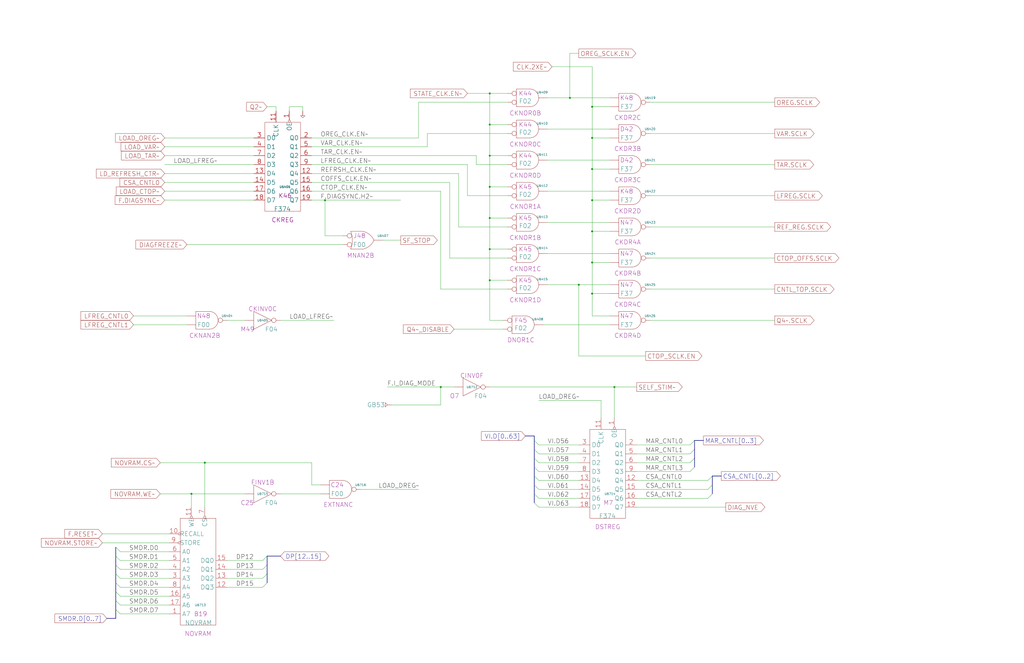
<source format=kicad_sch>
(kicad_sch (version 20230121) (generator eeschema)
  (paper "User" 584.2 378.46)
  (title_block (title "CLOCK GENERATION") (date "20-MAR-90") (rev "1.0") (comment 1 "FIU") (comment 2 "232-003065") (comment 3 "S400") (comment 4 "RELEASED"))
  (lib_symbols
    (symbol "r1000:F00" (pin_numbers hide) (pin_names hide)
      (property "Reference" "U" (at 15.24 0 0))
      (property "Value" "F00" (at 1.905 -5.08 0))
      (property "Location" "___" (at 1.905 0 0))
      (property "Name" "______" (at 2.54 -12.7 0))
      (symbol "F00_0_1"
        (polyline (pts (xy -2.54 -7.62) (xy 5.08 -7.62)) (stroke (width 0.1524)))
        (polyline (pts (xy -2.54 2.54) (xy -2.54 -7.62)) (stroke (width 0.1524)))
        (polyline (pts (xy -2.54 2.54) (xy 5.08 2.54)) (stroke (width 0.1524)))
        (arc (start 5.08 -7.62) (mid 10.1282 -2.54) (end 5.08 2.54) (stroke (width 0.1524)))
        (circle (center 11.43 -2.54) (radius 1.27) (stroke (width 0.1524)))
      )
      (symbol "F00_0_2"
        (circle (center -3.81 -5.08) (radius 1.27) (stroke (width 0.1524)))
        (circle (center -3.81 0) (radius 1.27) (stroke (width 0.1524)))
        (arc (start -3.175 -7.62) (mid -2.134 -2.54) (end -3.175 2.54) (stroke (width 0.1524)))
        (polyline (pts (xy -3.175 -7.62) (xy 3.81 -7.62)) (stroke (width 0.1524)))
        (polyline (pts (xy -3.175 2.54) (xy 3.81 2.54)) (stroke (width 0.1524)))
        (arc (start 3.81 -7.62) (mid 7.5855 -5.8306) (end 10.16 -2.54) (stroke (width 0.1524)))
        (arc (start 10.16 -2.54) (mid 7.5827 0.7471) (end 3.81 2.54) (stroke (width 0.1524)))
      )
      (symbol "F00_1_1"
        (pin input line (at -7.62 0 0) (length 5.08) (name "D0") (number "1"))
        (pin input line (at -7.62 -5.08 0) (length 5.08) (name "D1") (number "2"))
        (pin output line (at 15.24 -2.54 180) (length 2.54) (name "Q") (number "3"))
      )
      (symbol "F00_1_2"
        (pin input line (at -7.62 0 0) (length 2.54) (name "D0") (number "1"))
        (pin input line (at -7.62 -5.08 0) (length 2.54) (name "D1") (number "2"))
        (pin output line (at 15.24 -2.54 180) (length 5.08) (name "Q") (number "3"))
      )
    )
    (symbol "r1000:F02" (pin_numbers hide) (pin_names hide)
      (property "Reference" "U" (at 12.16 0.635 0))
      (property "Value" "F02" (at -1.27 -4.445 0))
      (property "Location" "___" (at 2.54 0 0))
      (property "Name" "______" (at 2.54 -12.7 0))
      (symbol "F02_0_1"
        (arc (start -3.81 -7.62) (mid -2.9847 -2.54) (end -3.81 2.54) (stroke (width 0.1524)))
        (polyline (pts (xy -5.08 -5.08) (xy -3.175 -5.08)) (stroke (width 0.1524)))
        (polyline (pts (xy -5.08 0) (xy -3.175 0)) (stroke (width 0.1524)))
        (polyline (pts (xy -3.81 -7.62) (xy 2.54 -7.62)) (stroke (width 0.1524)))
        (polyline (pts (xy -3.81 2.54) (xy 2.54 2.54)) (stroke (width 0.1524)))
        (polyline (pts (xy 13.97 -2.54) (xy 12.7 -2.54)) (stroke (width 0.1524)))
        (arc (start 2.54 -7.62) (mid 6.9515 -5.9823) (end 10.16 -2.54) (stroke (width 0.1524)))
        (arc (start 10.16 -2.54) (mid 6.9478 0.8966) (end 2.54 2.54) (stroke (width 0.1524)))
        (circle (center 11.43 -2.54) (radius 1.27) (stroke (width 0.1524)))
      )
      (symbol "F02_0_2"
        (circle (center -3.81 -5.08) (radius 1.27) (stroke (width 0.1524)))
        (circle (center -3.81 0) (radius 1.27) (stroke (width 0.1524)))
        (polyline (pts (xy -2.54 -7.62) (xy 5.08 -7.62)) (stroke (width 0.1524)))
        (polyline (pts (xy -2.54 2.54) (xy -2.54 -7.62)) (stroke (width 0.1524)))
        (polyline (pts (xy -2.54 2.54) (xy 5.08 2.54)) (stroke (width 0.1524)))
        (polyline (pts (xy 11.43 -2.54) (xy 10.16 -2.54)) (stroke (width 0.1524)))
        (polyline (pts (xy 11.43 -2.54) (xy 12.7 -2.54)) (stroke (width 0.1524)))
        (arc (start 5.08 -7.62) (mid 10.1282 -2.54) (end 5.08 2.54) (stroke (width 0.1524)))
      )
      (symbol "F02_1_1"
        (pin input line (at -7.62 0 0) (length 2.54) (name "D0") (number "1"))
        (pin input line (at -7.62 -5.08 0) (length 2.54) (name "D1") (number "2"))
        (pin output line (at 15.24 -2.54 180) (length 1.27) (name "Q") (number "3"))
      )
      (symbol "F02_1_2"
        (pin input line (at -7.62 0 0) (length 2.54) (name "D0") (number "1"))
        (pin input line (at -7.62 -5.08 0) (length 2.54) (name "D1") (number "2"))
        (pin output line (at 15.24 -2.54 180) (length 2.54) (name "Q") (number "3"))
      )
    )
    (symbol "r1000:F04" (pin_numbers hide) (pin_names hide)
      (property "Reference" "U" (at 0 0 0))
      (property "Value" "F04" (at 1.27 -5.08 0))
      (property "Location" "___" (at -12.7 -5.08 0))
      (property "Name" "______" (at 0 5.08 0))
      (symbol "F04_0_1"
        (polyline (pts (xy -7.62 0) (xy -5.08 0)) (stroke (width 0.1524)))
        (polyline (pts (xy -5.08 5.08) (xy -5.08 -5.08)) (stroke (width 0.1524)))
        (polyline (pts (xy 5.08 0) (xy -5.08 -5.08)) (stroke (width 0.1524)))
        (polyline (pts (xy 5.08 0) (xy -5.08 5.08)) (stroke (width 0.1524)))
        (circle (center 6.35 0) (radius 1.27) (stroke (width 0.1524)))
      )
      (symbol "F04_1_1"
        (pin input line (at -10.16 0 0) (length 2.54) (name "D0") (number "1"))
        (pin output line (at 10.16 0 180) (length 2.54) (name "Q") (number "2"))
      )
    )
    (symbol "r1000:F37" (pin_numbers hide) (pin_names (offset 0) hide)
      (property "Reference" "U" (at 15.24 0 0))
      (property "Value" "F37" (at 1.905 -5.08 0))
      (property "Location" "___" (at 1.905 0 0))
      (property "Name" "______" (at 2.54 -12.7 0))
      (symbol "F37_0_1"
        (polyline (pts (xy -2.54 -7.62) (xy 5.08 -7.62)) (stroke (width 0.1524)))
        (polyline (pts (xy -2.54 2.54) (xy -2.54 -7.62)) (stroke (width 0.1524)))
        (polyline (pts (xy -2.54 2.54) (xy 5.08 2.54)) (stroke (width 0.1524)))
        (arc (start 5.08 -7.62) (mid 10.1282 -2.54) (end 5.08 2.54) (stroke (width 0.1524)))
        (circle (center 11.43 -2.54) (radius 1.27) (stroke (width 0.1524)))
      )
      (symbol "F37_0_2"
        (circle (center -3.81 -5.08) (radius 1.27) (stroke (width 0.1524)))
        (circle (center -3.81 0) (radius 1.27) (stroke (width 0.1524)))
        (arc (start -3.175 -7.62) (mid -2.134 -2.54) (end -3.175 2.54) (stroke (width 0.1524)))
        (polyline (pts (xy -3.175 -7.62) (xy 3.81 -7.62)) (stroke (width 0.1524)))
        (polyline (pts (xy -3.175 2.54) (xy 3.81 2.54)) (stroke (width 0.1524)))
        (arc (start 3.81 -7.62) (mid 7.5855 -5.8306) (end 10.16 -2.54) (stroke (width 0.1524)))
        (arc (start 10.16 -2.54) (mid 7.5827 0.7471) (end 3.81 2.54) (stroke (width 0.1524)))
      )
      (symbol "F37_1_1"
        (pin input line (at -7.62 0 0) (length 5.08) (name "D0") (number "1"))
        (pin input line (at -7.62 -5.08 0) (length 5.08) (name "D1") (number "2"))
        (pin output line (at 15.24 -2.54 180) (length 2.54) (name "Q") (number "3"))
      )
      (symbol "F37_1_2"
        (pin input line (at -7.62 0 0) (length 2.54) (name "D0") (number "1"))
        (pin input line (at -7.62 -5.08 0) (length 2.54) (name "D1") (number "2"))
        (pin output line (at 15.24 -2.54 180) (length 5.08) (name "Q") (number "3"))
      )
    )
    (symbol "r1000:F374" (pin_names (offset 1.016))
      (property "Reference" "U" (at 2.54 5.08 0))
      (property "Value" "F374" (at -3.81 -7.62 0))
      (property "Location" "___" (at -1.27 0 0))
      (property "Name" "______" (at 1.27 -15.24 0))
      (symbol "F374_1_1"
        (rectangle (start -8.89 41.91) (end 11.43 -8.89))
        (circle (center 5.08 42.545) (radius 0.635))
        (pin input line (at 5.08 48.26 270) (length 5.08) (name "OE") (number "1"))
        (pin input line (at -2.54 48.26 270) (length 6.35) (name "CLK") (number "11"))
        (pin tri_state line (at 17.78 12.7 180) (length 6.35) (name "Q4") (number "12"))
        (pin input line (at -15.24 12.7 0) (length 6.35) (name "D4") (number "13"))
        (pin input line (at -15.24 7.62 0) (length 6.35) (name "D5") (number "14"))
        (pin tri_state line (at 17.78 7.62 180) (length 6.35) (name "Q5") (number "15"))
        (pin tri_state line (at 17.78 2.54 180) (length 6.35) (name "Q6") (number "16"))
        (pin input line (at -15.24 2.54 0) (length 6.35) (name "D6") (number "17"))
        (pin input line (at -15.24 -2.54 0) (length 6.35) (name "D7") (number "18"))
        (pin tri_state line (at 17.78 -2.54 180) (length 6.35) (name "Q7") (number "19"))
        (pin tri_state line (at 17.78 33.02 180) (length 6.35) (name "Q0") (number "2"))
        (pin input line (at -15.24 33.02 0) (length 6.35) (name "D0") (number "3"))
        (pin input line (at -15.24 27.94 0) (length 6.35) (name "D1") (number "4"))
        (pin tri_state line (at 17.78 27.94 180) (length 6.35) (name "Q1") (number "5"))
        (pin tri_state line (at 17.78 22.86 180) (length 6.35) (name "Q2") (number "6"))
        (pin input line (at -15.24 22.86 0) (length 6.35) (name "D2") (number "7"))
        (pin input line (at -15.24 17.78 0) (length 6.35) (name "D3") (number "8"))
        (pin tri_state line (at 17.78 17.78 180) (length 6.35) (name "Q3") (number "9"))
      )
    )
    (symbol "r1000:GB" (pin_numbers hide) (pin_names (offset 0) hide)
      (property "Reference" "GB" (at 3.81 0 0))
      (symbol "GB_0_1"
        (polyline (pts (xy 2.54 0) (xy 3.81 1.27) (xy 3.81 -1.27) (xy 2.54 0)) (stroke (width 0.1524)))
      )
      (symbol "GB_1_1"
        (pin bidirectional line (at 0 0 0) (length 2.54) (name "") (number "1"))
      )
    )
    (symbol "r1000:NOVRAM" (pin_names (offset 1.016))
      (property "Reference" "U" (at 2.54 5.08 0))
      (property "Value" "NOVRAM" (at -6.35 -5.08 0))
      (property "Location" "___" (at -1.27 0 0))
      (property "Name" "______" (at 1.27 -12.7 0))
      (symbol "NOVRAM_1_1"
        (circle (center -9.525 40.64) (radius 0.635))
        (circle (center -9.525 45.72) (radius 0.635))
        (rectangle (start -8.89 54.61) (end 11.43 -6.35))
        (circle (center -2.54 55.245) (radius 0.635))
        (circle (center 5.08 55.245) (radius 0.635))
        (pin input line (at -15.24 0 0) (length 6.35) (name "A7") (number "1"))
        (pin input line (at -15.24 45.72 0) (length 5.08) (name "RECALL") (number "10"))
        (pin input line (at -2.54 60.96 270) (length 5.08) (name "WE") (number "11"))
        (pin bidirectional line (at 17.78 15.24 180) (length 6.35) (name "DQ3") (number "12"))
        (pin bidirectional line (at 17.78 20.32 180) (length 6.35) (name "DQ2") (number "13"))
        (pin bidirectional line (at 17.78 25.4 180) (length 6.35) (name "DQ1") (number "14"))
        (pin bidirectional line (at 17.78 30.48 180) (length 6.35) (name "DQ0") (number "15"))
        (pin input line (at -15.24 10.16 0) (length 6.35) (name "A5") (number "16"))
        (pin input line (at -15.24 5.08 0) (length 6.35) (name "A6") (number "17"))
        (pin input line (at -15.24 20.32 0) (length 6.35) (name "A3") (number "3"))
        (pin input line (at -15.24 25.4 0) (length 6.35) (name "A2") (number "4"))
        (pin input line (at -15.24 30.48 0) (length 6.35) (name "A1") (number "5"))
        (pin input line (at -15.24 35.56 0) (length 6.35) (name "A0") (number "6"))
        (pin input line (at 5.08 60.96 270) (length 5.08) (name "CS") (number "7"))
        (pin input line (at -15.24 15.24 0) (length 6.35) (name "A4") (number "8"))
        (pin input line (at -15.24 40.64 0) (length 5.08) (name "STORE") (number "9"))
      )
    )
    (symbol "r1000:PD" (power) (pin_numbers hide) (pin_names hide) (in_bom no)
      (symbol "PD_0_1"
        (polyline (pts (xy 0 -2.54) (xy 1.27 -2.54) (xy 0 -3.81) (xy -1.27 -2.54) (xy 0 -2.54)) (stroke (width 0.1524)))
      )
      (symbol "PD_1_1"
        (pin power_in line (at 0 0 270) (length 2.54) (name "PD") (number "1"))
      )
    )
  )
  (junction (at 337.82 167.64))
  (junction (at 116.84 264.16))
  (junction (at 337.82 132.08))
  (junction (at 350.52 220.98))
  (junction (at 337.82 78.74))
  (junction (at 330.2 162.56))
  (junction (at 325.12 55.88))
  (junction (at 279.4 88.9))
  (junction (at 337.82 114.3))
  (junction (at 109.22 281.94))
  (junction (at 337.82 96.52))
  (junction (at 337.82 149.86))
  (junction (at 279.4 53.34))
  (junction (at 337.82 60.96))
  (junction (at 279.4 106.68))
  (junction (at 185.42 114.3))
  (junction (at 279.4 71.12))
  (junction (at 279.4 160.02))
  (junction (at 279.4 124.46))
  (junction (at 279.4 142.24))
  (junction (at 251.46 220.98))
  (bus_entry (at 304.8 276.86) (size 2.54 2.54))
  (bus_entry (at 304.8 271.78) (size 2.54 2.54))
  (bus_entry (at 66.04 347.98) (size 2.54 2.54))
  (bus_entry (at 66.04 322.58) (size 2.54 2.54))
  (bus_entry (at 66.04 332.74) (size 2.54 2.54))
  (bus_entry (at 304.8 261.62) (size 2.54 2.54))
  (bus_entry (at 66.04 312.42) (size 2.54 2.54))
  (bus_entry (at 396.24 251.46) (size -2.54 2.54))
  (bus_entry (at 66.04 337.82) (size 2.54 2.54))
  (bus_entry (at 152.4 332.74) (size -2.54 2.54))
  (bus_entry (at 396.24 256.54) (size -2.54 2.54))
  (bus_entry (at 396.24 261.62) (size -2.54 2.54))
  (bus_entry (at 66.04 342.9) (size 2.54 2.54))
  (bus_entry (at 152.4 327.66) (size -2.54 2.54))
  (bus_entry (at 396.24 266.7) (size -2.54 2.54))
  (bus_entry (at 304.8 256.54) (size 2.54 2.54))
  (bus_entry (at 304.8 281.94) (size 2.54 2.54))
  (bus_entry (at 406.4 271.78) (size -2.54 2.54))
  (bus_entry (at 304.8 251.46) (size 2.54 2.54))
  (bus_entry (at 152.4 317.5) (size -2.54 2.54))
  (bus_entry (at 406.4 281.94) (size -2.54 2.54))
  (bus_entry (at 66.04 327.66) (size 2.54 2.54))
  (bus_entry (at 304.8 287.02) (size 2.54 2.54))
  (bus_entry (at 406.4 276.86) (size -2.54 2.54))
  (bus_entry (at 66.04 317.5) (size 2.54 2.54))
  (bus_entry (at 304.8 266.7) (size 2.54 2.54))
  (bus_entry (at 152.4 322.58) (size -2.54 2.54))
  (bus (pts (xy 304.8 271.78) (xy 304.8 276.86)))
  (wire (pts (xy 172.72 60.96) (xy 172.72 63.5)))
  (wire (pts (xy 312.42 109.22) (xy 347.98 109.22)))
  (bus (pts (xy 66.04 327.66) (xy 66.04 332.74)))
  (wire (pts (xy 279.4 220.98) (xy 350.52 220.98)))
  (wire (pts (xy 337.82 167.64) (xy 337.82 149.86)))
  (wire (pts (xy 279.4 88.9) (xy 279.4 71.12)))
  (wire (pts (xy 157.48 63.5) (xy 157.48 60.96)))
  (wire (pts (xy 185.42 114.3) (xy 228.6 114.3)))
  (bus (pts (xy 152.4 327.66) (xy 152.4 332.74)))
  (wire (pts (xy 68.58 314.96) (xy 96.52 314.96)))
  (wire (pts (xy 177.8 83.82) (xy 243.84 83.82)))
  (bus (pts (xy 66.04 337.82) (xy 66.04 342.9)))
  (wire (pts (xy 93.98 104.14) (xy 144.78 104.14)))
  (wire (pts (xy 93.98 78.74) (xy 144.78 78.74)))
  (wire (pts (xy 266.7 93.98) (xy 266.7 111.76)))
  (wire (pts (xy 279.4 124.46) (xy 279.4 106.68)))
  (wire (pts (xy 279.4 88.9) (xy 289.56 88.9)))
  (wire (pts (xy 93.98 114.3) (xy 144.78 114.3)))
  (wire (pts (xy 337.82 78.74) (xy 337.82 60.96)))
  (wire (pts (xy 177.8 109.22) (xy 251.46 109.22)))
  (wire (pts (xy 289.56 160.02) (xy 279.4 160.02)))
  (bus (pts (xy 152.4 317.5) (xy 152.4 322.58)))
  (bus (pts (xy 406.4 271.78) (xy 411.48 271.78)))
  (wire (pts (xy 218.44 137.16) (xy 228.6 137.16)))
  (wire (pts (xy 370.84 182.88) (xy 441.96 182.88)))
  (wire (pts (xy 337.82 180.34) (xy 337.82 167.64)))
  (wire (pts (xy 129.54 330.2) (xy 149.86 330.2)))
  (wire (pts (xy 363.22 289.56) (xy 414.02 289.56)))
  (wire (pts (xy 185.42 134.62) (xy 185.42 114.3)))
  (wire (pts (xy 342.9 228.6) (xy 307.34 228.6)))
  (wire (pts (xy 68.58 325.12) (xy 96.52 325.12)))
  (bus (pts (xy 396.24 261.62) (xy 396.24 266.7)))
  (wire (pts (xy 93.98 88.9) (xy 144.78 88.9)))
  (wire (pts (xy 312.42 144.78) (xy 347.98 144.78)))
  (bus (pts (xy 304.8 248.92) (xy 304.8 251.46)))
  (wire (pts (xy 243.84 76.2) (xy 289.56 76.2)))
  (wire (pts (xy 271.78 93.98) (xy 289.56 93.98)))
  (bus (pts (xy 152.4 317.5) (xy 160.02 317.5)))
  (bus (pts (xy 406.4 276.86) (xy 406.4 281.94)))
  (wire (pts (xy 177.8 114.3) (xy 185.42 114.3)))
  (wire (pts (xy 347.98 180.34) (xy 337.82 180.34)))
  (wire (pts (xy 266.7 111.76) (xy 289.56 111.76)))
  (wire (pts (xy 220.98 220.98) (xy 251.46 220.98)))
  (wire (pts (xy 76.2 185.42) (xy 106.68 185.42)))
  (wire (pts (xy 347.98 114.3) (xy 337.82 114.3)))
  (bus (pts (xy 66.04 347.98) (xy 66.04 353.06)))
  (wire (pts (xy 251.46 165.1) (xy 289.56 165.1)))
  (wire (pts (xy 68.58 320.04) (xy 96.52 320.04)))
  (wire (pts (xy 279.4 182.88) (xy 279.4 160.02)))
  (wire (pts (xy 76.2 180.34) (xy 106.68 180.34)))
  (wire (pts (xy 368.3 203.2) (xy 330.2 203.2)))
  (bus (pts (xy 152.4 322.58) (xy 152.4 327.66)))
  (bus (pts (xy 60.96 353.06) (xy 66.04 353.06)))
  (wire (pts (xy 279.4 142.24) (xy 279.4 124.46)))
  (wire (pts (xy 307.34 279.4) (xy 330.2 279.4)))
  (bus (pts (xy 304.8 281.94) (xy 304.8 287.02)))
  (wire (pts (xy 370.84 165.1) (xy 441.96 165.1)))
  (wire (pts (xy 68.58 345.44) (xy 96.52 345.44)))
  (wire (pts (xy 243.84 83.82) (xy 243.84 76.2)))
  (wire (pts (xy 238.76 78.74) (xy 238.76 58.42)))
  (wire (pts (xy 91.44 264.16) (xy 116.84 264.16)))
  (wire (pts (xy 279.4 53.34) (xy 289.56 53.34)))
  (wire (pts (xy 271.78 88.9) (xy 271.78 93.98)))
  (wire (pts (xy 177.8 88.9) (xy 271.78 88.9)))
  (wire (pts (xy 106.68 139.7) (xy 195.58 139.7)))
  (wire (pts (xy 312.42 91.44) (xy 347.98 91.44)))
  (wire (pts (xy 279.4 106.68) (xy 279.4 88.9)))
  (bus (pts (xy 66.04 342.9) (xy 66.04 347.98)))
  (wire (pts (xy 307.34 284.48) (xy 330.2 284.48)))
  (wire (pts (xy 347.98 167.64) (xy 337.82 167.64)))
  (wire (pts (xy 93.98 99.06) (xy 144.78 99.06)))
  (wire (pts (xy 116.84 264.16) (xy 116.84 289.56)))
  (wire (pts (xy 307.34 274.32) (xy 330.2 274.32)))
  (wire (pts (xy 279.4 142.24) (xy 289.56 142.24)))
  (wire (pts (xy 205.74 279.4) (xy 238.76 279.4)))
  (bus (pts (xy 396.24 251.46) (xy 396.24 256.54)))
  (wire (pts (xy 68.58 330.2) (xy 96.52 330.2)))
  (wire (pts (xy 256.54 147.32) (xy 289.56 147.32)))
  (wire (pts (xy 68.58 340.36) (xy 96.52 340.36)))
  (bus (pts (xy 304.8 261.62) (xy 304.8 266.7)))
  (wire (pts (xy 347.98 96.52) (xy 337.82 96.52)))
  (wire (pts (xy 93.98 109.22) (xy 144.78 109.22)))
  (wire (pts (xy 238.76 58.42) (xy 289.56 58.42)))
  (wire (pts (xy 363.22 259.08) (xy 393.7 259.08)))
  (wire (pts (xy 58.42 309.88) (xy 96.52 309.88)))
  (wire (pts (xy 279.4 71.12) (xy 289.56 71.12)))
  (wire (pts (xy 279.4 106.68) (xy 289.56 106.68)))
  (wire (pts (xy 129.54 335.28) (xy 149.86 335.28)))
  (wire (pts (xy 259.08 187.96) (xy 287.02 187.96)))
  (wire (pts (xy 363.22 254) (xy 393.7 254)))
  (wire (pts (xy 370.84 93.98) (xy 441.96 93.98)))
  (wire (pts (xy 325.12 55.88) (xy 347.98 55.88)))
  (wire (pts (xy 370.84 76.2) (xy 441.96 76.2)))
  (wire (pts (xy 312.42 55.88) (xy 325.12 55.88)))
  (bus (pts (xy 304.8 276.86) (xy 304.8 281.94)))
  (wire (pts (xy 370.84 147.32) (xy 441.96 147.32)))
  (bus (pts (xy 406.4 271.78) (xy 406.4 276.86)))
  (wire (pts (xy 330.2 203.2) (xy 330.2 162.56)))
  (wire (pts (xy 93.98 83.82) (xy 144.78 83.82)))
  (bus (pts (xy 304.8 251.46) (xy 304.8 256.54)))
  (wire (pts (xy 177.8 78.74) (xy 238.76 78.74)))
  (wire (pts (xy 251.46 231.14) (xy 251.46 220.98)))
  (wire (pts (xy 256.54 104.14) (xy 256.54 147.32)))
  (bus (pts (xy 66.04 332.74) (xy 66.04 337.82)))
  (bus (pts (xy 66.04 317.5) (xy 66.04 322.58)))
  (wire (pts (xy 177.8 276.86) (xy 177.8 264.16)))
  (wire (pts (xy 347.98 149.86) (xy 337.82 149.86)))
  (wire (pts (xy 330.2 30.48) (xy 325.12 30.48)))
  (wire (pts (xy 325.12 30.48) (xy 325.12 55.88)))
  (wire (pts (xy 312.42 127) (xy 347.98 127)))
  (wire (pts (xy 363.22 279.4) (xy 403.86 279.4)))
  (wire (pts (xy 350.52 220.98) (xy 363.22 220.98)))
  (wire (pts (xy 347.98 132.08) (xy 337.82 132.08)))
  (wire (pts (xy 182.88 276.86) (xy 177.8 276.86)))
  (wire (pts (xy 165.1 60.96) (xy 165.1 63.5)))
  (wire (pts (xy 363.22 284.48) (xy 403.86 284.48)))
  (wire (pts (xy 279.4 124.46) (xy 289.56 124.46)))
  (wire (pts (xy 307.34 269.24) (xy 330.2 269.24)))
  (wire (pts (xy 160.02 281.94) (xy 182.88 281.94)))
  (wire (pts (xy 337.82 38.1) (xy 314.96 38.1)))
  (wire (pts (xy 129.54 325.12) (xy 149.86 325.12)))
  (wire (pts (xy 337.82 60.96) (xy 337.82 38.1)))
  (wire (pts (xy 251.46 109.22) (xy 251.46 165.1)))
  (wire (pts (xy 157.48 60.96) (xy 152.4 60.96)))
  (wire (pts (xy 266.7 53.34) (xy 279.4 53.34)))
  (wire (pts (xy 116.84 264.16) (xy 177.8 264.16)))
  (wire (pts (xy 370.84 129.54) (xy 441.96 129.54)))
  (wire (pts (xy 177.8 93.98) (xy 266.7 93.98)))
  (wire (pts (xy 109.22 281.94) (xy 109.22 289.56)))
  (wire (pts (xy 68.58 335.28) (xy 96.52 335.28)))
  (bus (pts (xy 304.8 256.54) (xy 304.8 261.62)))
  (wire (pts (xy 312.42 162.56) (xy 330.2 162.56)))
  (wire (pts (xy 337.82 132.08) (xy 337.82 114.3)))
  (wire (pts (xy 177.8 99.06) (xy 261.62 99.06)))
  (bus (pts (xy 66.04 322.58) (xy 66.04 327.66)))
  (wire (pts (xy 109.22 281.94) (xy 139.7 281.94)))
  (wire (pts (xy 312.42 73.66) (xy 347.98 73.66)))
  (wire (pts (xy 347.98 60.96) (xy 337.82 60.96)))
  (wire (pts (xy 330.2 162.56) (xy 347.98 162.56)))
  (wire (pts (xy 93.98 93.98) (xy 144.78 93.98)))
  (wire (pts (xy 172.72 60.96) (xy 165.1 60.96)))
  (wire (pts (xy 251.46 220.98) (xy 259.08 220.98)))
  (wire (pts (xy 363.22 269.24) (xy 393.7 269.24)))
  (wire (pts (xy 370.84 111.76) (xy 441.96 111.76)))
  (wire (pts (xy 261.62 129.54) (xy 289.56 129.54)))
  (wire (pts (xy 337.82 96.52) (xy 337.82 78.74)))
  (wire (pts (xy 363.22 264.16) (xy 393.7 264.16)))
  (wire (pts (xy 279.4 160.02) (xy 279.4 142.24)))
  (wire (pts (xy 307.34 259.08) (xy 330.2 259.08)))
  (wire (pts (xy 337.82 114.3) (xy 337.82 96.52)))
  (bus (pts (xy 299.72 248.92) (xy 304.8 248.92)))
  (wire (pts (xy 309.88 185.42) (xy 347.98 185.42)))
  (wire (pts (xy 261.62 99.06) (xy 261.62 129.54)))
  (wire (pts (xy 342.9 238.76) (xy 342.9 228.6)))
  (wire (pts (xy 363.22 274.32) (xy 403.86 274.32)))
  (wire (pts (xy 58.42 304.8) (xy 96.52 304.8)))
  (wire (pts (xy 279.4 71.12) (xy 279.4 53.34)))
  (wire (pts (xy 177.8 104.14) (xy 256.54 104.14)))
  (wire (pts (xy 287.02 182.88) (xy 279.4 182.88)))
  (wire (pts (xy 129.54 182.88) (xy 139.7 182.88)))
  (bus (pts (xy 66.04 312.42) (xy 66.04 317.5)))
  (bus (pts (xy 304.8 266.7) (xy 304.8 271.78)))
  (bus (pts (xy 396.24 251.46) (xy 401.32 251.46)))
  (wire (pts (xy 160.02 182.88) (xy 190.5 182.88)))
  (wire (pts (xy 337.82 149.86) (xy 337.82 132.08)))
  (wire (pts (xy 68.58 350.52) (xy 96.52 350.52)))
  (wire (pts (xy 129.54 320.04) (xy 149.86 320.04)))
  (wire (pts (xy 307.34 254) (xy 330.2 254)))
  (wire (pts (xy 307.34 264.16) (xy 330.2 264.16)))
  (wire (pts (xy 350.52 220.98) (xy 350.52 238.76)))
  (wire (pts (xy 91.44 281.94) (xy 109.22 281.94)))
  (bus (pts (xy 396.24 256.54) (xy 396.24 261.62)))
  (wire (pts (xy 223.52 231.14) (xy 251.46 231.14)))
  (wire (pts (xy 307.34 289.56) (xy 330.2 289.56)))
  (wire (pts (xy 370.84 58.42) (xy 441.96 58.42)))
  (wire (pts (xy 195.58 134.62) (xy 185.42 134.62)))
  (wire (pts (xy 347.98 78.74) (xy 337.82 78.74)))
  (label "VI.D59" (at 312.42 269.24 0) (effects (font (size 2.54 2.54))))
  (label "MAR_CNTL2" (at 368.3 264.16 0) (effects (font (size 2.54 2.54))))
  (label "MAR_CNTL1" (at 368.3 259.08 0) (effects (font (size 2.54 2.54))))
  (label "VI.D56" (at 312.42 254 0) (effects (font (size 2.54 2.54))))
  (label "TAR_CLK.EN~" (at 182.88 88.9 0) (effects (font (size 2.54 2.54))))
  (label "VAR_CLK.EN~" (at 182.88 83.82 0) (effects (font (size 2.54 2.54))))
  (label "LFREG_CLK.EN~" (at 182.88 93.98 0) (effects (font (size 2.54 2.54))))
  (label "CSA_CNTL2" (at 368.3 284.48 0) (effects (font (size 2.54 2.54))))
  (label "SMDR.D6" (at 73.66 345.44 0) (effects (font (size 2.54 2.54))))
  (label "SMDR.D3" (at 73.66 330.2 0) (effects (font (size 2.54 2.54))))
  (label "CSA_CNTL0" (at 368.3 274.32 0) (effects (font (size 2.54 2.54))))
  (label "VI.D62" (at 312.42 284.48 0) (effects (font (size 2.54 2.54))))
  (label "SMDR.D0" (at 73.66 314.96 0) (effects (font (size 2.54 2.54))))
  (label "VI.D57" (at 312.42 259.08 0) (effects (font (size 2.54 2.54))))
  (label "LOAD_DREG~" (at 215.9 279.4 0) (effects (font (size 2.54 2.54))))
  (label "SMDR.D1" (at 73.66 320.04 0) (effects (font (size 2.54 2.54))))
  (label "OREG_CLK.EN~" (at 182.88 78.74 0) (effects (font (size 2.54 2.54))))
  (label "SMDR.D4" (at 73.66 335.28 0) (effects (font (size 2.54 2.54))))
  (label "COFFS_CLK.EN~" (at 182.88 104.14 0) (effects (font (size 2.54 2.54))))
  (label "REFRSH_CLK.EN~" (at 182.88 99.06 0) (effects (font (size 2.54 2.54))))
  (label "SMDR.D5" (at 73.66 340.36 0) (effects (font (size 2.54 2.54))))
  (label "LOAD_LFREG~" (at 165.1 182.88 0) (effects (font (size 2.54 2.54))))
  (label "VI.D63" (at 312.42 289.56 0) (effects (font (size 2.54 2.54))))
  (label "LOAD_DREG~" (at 307.34 228.6 0) (effects (font (size 2.54 2.54))))
  (label "DP15" (at 134.62 335.28 0) (effects (font (size 2.54 2.54))))
  (label "F.DIAGSYNC.H2~" (at 182.88 114.3 0) (effects (font (size 2.54 2.54))))
  (label "CTOP_CLK.EN~" (at 182.88 109.22 0) (effects (font (size 2.54 2.54))))
  (label "LOAD_LFREG~" (at 99.06 93.98 0) (effects (font (size 2.54 2.54))))
  (label "DP14" (at 134.62 330.2 0) (effects (font (size 2.54 2.54))))
  (label "SMDR.D7" (at 73.66 350.52 0) (effects (font (size 2.54 2.54))))
  (label "VI.D60" (at 312.42 274.32 0) (effects (font (size 2.54 2.54))))
  (label "VI.D58" (at 312.42 264.16 0) (effects (font (size 2.54 2.54))))
  (label "MAR_CNTL3" (at 368.3 269.24 0) (effects (font (size 2.54 2.54))))
  (label "DP13" (at 134.62 325.12 0) (effects (font (size 2.54 2.54))))
  (label "DP12" (at 134.62 320.04 0) (effects (font (size 2.54 2.54))))
  (label "MAR_CNTL0" (at 368.3 254 0) (effects (font (size 2.54 2.54))))
  (label "CSA_CNTL1" (at 368.3 279.4 0) (effects (font (size 2.54 2.54))))
  (label "VI.D61" (at 312.42 279.4 0) (effects (font (size 2.54 2.54))))
  (label "SMDR.D2" (at 73.66 325.12 0) (effects (font (size 2.54 2.54))))
  (label "F.I_DIAG_MODE" (at 220.98 220.98 0) (effects (font (size 2.54 2.54))))
  (global_label "SF_STOP" (shape output) (at 228.6 137.16 0) (effects (font (size 2.54 2.54))) (property "Intersheetrefs" "${INTERSHEET_REFS}" (at 249.3222 137.0013 0) (effects (font (size 1.905 1.905)) (justify left))))
  (global_label "CNTL_TOP.SCLK" (shape output) (at 441.96 165.1 0) (effects (font (size 2.54 2.54))) (property "Intersheetrefs" "${INTERSHEET_REFS}" (at 475.6241 164.9413 0) (effects (font (size 1.905 1.905)) (justify left))))
  (global_label "OREG.SCLK" (shape output) (at 441.96 58.42 0) (effects (font (size 2.54 2.54))) (property "Intersheetrefs" "${INTERSHEET_REFS}" (at 467.3993 58.2613 0) (effects (font (size 1.905 1.905)) (justify left))))
  (global_label "LOAD_VAR~" (shape input) (at 93.98 83.82 180) (effects (font (size 2.54 2.54))) (property "Intersheetrefs" "${INTERSHEET_REFS}" (at 69.2664 83.6613 0) (effects (font (size 1.905 1.905)) (justify right))))
  (global_label "LOAD_CTOP~" (shape input) (at 93.98 109.22 180) (effects (font (size 2.54 2.54))) (property "Intersheetrefs" "${INTERSHEET_REFS}" (at 66.4845 109.0613 0) (effects (font (size 1.905 1.905)) (justify right))))
  (global_label "CTOP_OFFS.SCLK" (shape output) (at 441.96 147.32 0) (effects (font (size 2.54 2.54))) (property "Intersheetrefs" "${INTERSHEET_REFS}" (at 478.406 147.1613 0) (effects (font (size 1.905 1.905)) (justify left))))
  (global_label "CSA_CNTL[0..2]" (shape output) (at 411.48 271.78 0) (effects (font (size 2.54 2.54))) (property "Intersheetrefs" "${INTERSHEET_REFS}" (at 445.0231 271.6213 0) (effects (font (size 1.905 1.905)) (justify left))))
  (global_label "Q2~" (shape input) (at 152.4 60.96 180) (effects (font (size 2.54 2.54))) (property "Intersheetrefs" "${INTERSHEET_REFS}" (at 140.8702 60.8013 0) (effects (font (size 1.905 1.905)) (justify right))))
  (global_label "LD_REFRESH_CTR~" (shape input) (at 93.98 99.06 180) (effects (font (size 2.54 2.54))) (property "Intersheetrefs" "${INTERSHEET_REFS}" (at 55.115 98.9013 0) (effects (font (size 1.905 1.905)) (justify right))))
  (global_label "MAR_CNTL[0..3]" (shape output) (at 401.32 251.46 0) (effects (font (size 2.54 2.54))) (property "Intersheetrefs" "${INTERSHEET_REFS}" (at 435.3469 251.3013 0) (effects (font (size 1.905 1.905)) (justify left))))
  (global_label "F.DIAGSYNC~" (shape input) (at 93.98 114.3 180) (effects (font (size 2.54 2.54))) (property "Intersheetrefs" "${INTERSHEET_REFS}" (at 65.8797 114.1413 0) (effects (font (size 1.905 1.905)) (justify right))))
  (global_label "LFREG.SCLK" (shape output) (at 441.96 111.76 0) (effects (font (size 2.54 2.54))) (property "Intersheetrefs" "${INTERSHEET_REFS}" (at 468.9717 111.6013 0) (effects (font (size 1.905 1.905)) (justify left))))
  (global_label "TAR.SCLK" (shape output) (at 441.96 93.98 0) (effects (font (size 2.54 2.54))) (property "Intersheetrefs" "${INTERSHEET_REFS}" (at 464.0126 93.8213 0) (effects (font (size 1.905 1.905)) (justify left))))
  (global_label "LFREG_CNTL1" (shape input) (at 76.2 185.42 180) (effects (font (size 2.54 2.54))) (property "Intersheetrefs" "${INTERSHEET_REFS}" (at 46.4064 185.2613 0) (effects (font (size 1.905 1.905)) (justify right))))
  (global_label "LFREG_CNTL0" (shape input) (at 76.2 180.34 180) (effects (font (size 2.54 2.54))) (property "Intersheetrefs" "${INTERSHEET_REFS}" (at 46.4064 180.1813 0) (effects (font (size 1.905 1.905)) (justify right))))
  (global_label "DIAG_NVE" (shape output) (at 414.02 289.56 0) (effects (font (size 2.54 2.54))) (property "Intersheetrefs" "${INTERSHEET_REFS}" (at 436.3841 289.4013 0) (effects (font (size 1.905 1.905)) (justify left))))
  (global_label "REF_REG.SCLK" (shape output) (at 441.96 129.54 0) (effects (font (size 2.54 2.54))) (property "Intersheetrefs" "${INTERSHEET_REFS}" (at 473.6888 129.3813 0) (effects (font (size 1.905 1.905)) (justify left))))
  (global_label "DP[12..15]" (shape bidirectional) (at 160.02 317.5 0) (effects (font (size 2.54 2.54))) (property "Intersheetrefs" "${INTERSHEET_REFS}" (at 185.2174 317.3413 0) (effects (font (size 1.905 1.905)) (justify left))))
  (global_label "SMDR.D[0..7]" (shape input) (at 60.96 353.06 180) (effects (font (size 2.54 2.54))) (property "Intersheetrefs" "${INTERSHEET_REFS}" (at 31.5293 352.9013 0) (effects (font (size 1.905 1.905)) (justify right))))
  (global_label "NOVRAM.CS~" (shape input) (at 91.44 264.16 180) (effects (font (size 2.54 2.54))) (property "Intersheetrefs" "${INTERSHEET_REFS}" (at 63.7026 264.0013 0) (effects (font (size 1.905 1.905)) (justify right))))
  (global_label "SELF_STIM~" (shape output) (at 363.22 220.98 0) (effects (font (size 2.54 2.54))) (property "Intersheetrefs" "${INTERSHEET_REFS}" (at 389.0222 220.8213 0) (effects (font (size 1.905 1.905)) (justify left))))
  (global_label "LOAD_OREG~" (shape input) (at 93.98 78.74 180) (effects (font (size 2.54 2.54))) (property "Intersheetrefs" "${INTERSHEET_REFS}" (at 65.9311 78.5813 0) (effects (font (size 1.905 1.905)) (justify right))))
  (global_label "NOVRAM.STORE~" (shape input) (at 58.42 309.88 180) (effects (font (size 2.54 2.54))) (property "Intersheetrefs" "${INTERSHEET_REFS}" (at 23.7883 309.7213 0) (effects (font (size 1.905 1.905)) (justify right))))
  (global_label "STATE_CLK.EN~" (shape input) (at 266.7 53.34 180) (effects (font (size 2.54 2.54))) (property "Intersheetrefs" "${INTERSHEET_REFS}" (at 234.2455 53.1813 0) (effects (font (size 1.905 1.905)) (justify right))))
  (global_label "VAR.SCLK" (shape output) (at 441.96 76.2 0) (effects (font (size 2.54 2.54))) (property "Intersheetrefs" "${INTERSHEET_REFS}" (at 464.2545 76.0413 0) (effects (font (size 1.905 1.905)) (justify left))))
  (global_label "OREG_SCLK.EN" (shape output) (at 330.2 30.48 0) (effects (font (size 2.54 2.54))) (property "Intersheetrefs" "${INTERSHEET_REFS}" (at 362.5336 30.3213 0) (effects (font (size 1.905 1.905)) (justify left))))
  (global_label "NOVRAM.WE~" (shape input) (at 91.44 281.94 180) (effects (font (size 2.54 2.54))) (property "Intersheetrefs" "${INTERSHEET_REFS}" (at 63.4607 281.7813 0) (effects (font (size 1.905 1.905)) (justify right))))
  (global_label "Q4~.SCLK" (shape output) (at 441.96 182.88 0) (effects (font (size 2.54 2.54))) (property "Intersheetrefs" "${INTERSHEET_REFS}" (at 464.2545 182.7213 0) (effects (font (size 1.905 1.905)) (justify left))))
  (global_label "CSA_CNTL0" (shape input) (at 93.98 104.14 180) (effects (font (size 2.54 2.54))) (property "Intersheetrefs" "${INTERSHEET_REFS}" (at 68.6616 103.9813 0) (effects (font (size 1.905 1.905)) (justify right))))
  (global_label "Q4~_DISABLE" (shape input) (at 259.08 187.96 180) (effects (font (size 2.54 2.54))) (property "Intersheetrefs" "${INTERSHEET_REFS}" (at 230.375 187.8013 0) (effects (font (size 1.905 1.905)) (justify right))))
  (global_label "CTOP_SCLK.EN" (shape output) (at 368.3 203.2 0) (effects (font (size 2.54 2.54))) (property "Intersheetrefs" "${INTERSHEET_REFS}" (at 400.2707 203.0413 0) (effects (font (size 1.905 1.905)) (justify left))))
  (global_label "CLK.2XE~" (shape input) (at 314.96 38.1 180) (effects (font (size 2.54 2.54))) (property "Intersheetrefs" "${INTERSHEET_REFS}" (at 286.8597 37.9413 0) (effects (font (size 1.905 1.905)) (justify right))))
  (global_label "LOAD_TAR~" (shape input) (at 93.98 88.9 180) (effects (font (size 2.54 2.54))) (property "Intersheetrefs" "${INTERSHEET_REFS}" (at 69.5083 88.7413 0) (effects (font (size 1.905 1.905)) (justify right))))
  (global_label "F.RESET~" (shape input) (at 58.42 304.8 180) (effects (font (size 2.54 2.54))) (property "Intersheetrefs" "${INTERSHEET_REFS}" (at 37.0931 304.6413 0) (effects (font (size 1.905 1.905)) (justify right))))
  (global_label "DIAGFREEZE~" (shape input) (at 106.68 139.7 180) (effects (font (size 2.54 2.54))) (property "Intersheetrefs" "${INTERSHEET_REFS}" (at 77.7331 139.5413 0) (effects (font (size 1.905 1.905)) (justify right))))
  (global_label "VI.D[0..63]" (shape input) (at 299.72 248.92 180) (effects (font (size 2.54 2.54))) (property "Intersheetrefs" "${INTERSHEET_REFS}" (at 274.0284 248.92 0) (effects (font (size 1.905 1.905)) (justify right))))
  (symbol (lib_id "r1000:F37") (at 355.6 109.22 0) (unit 1)
    (property "Reference" "U6422" (at 370.84 109.22 0))
    (property "Value" "F37" (at 357.505 114.3 0) (effects (font (size 2.54 2.54))))
    (property "Location" "K48" (at 357.505 109.22 0) (effects (font (size 2.54 2.54))))
    (property "Name" "CKDR2D" (at 358.14 121.92 0) (effects (font (size 2.54 2.54)) (justify bottom)))
  )
  (symbol (lib_id "r1000:F374") (at 345.44 287.02 0) (unit 1)
    (property "Reference" "U6714" (at 347.98 281.94 0))
    (property "Value" "F374" (at 341.63 294.64 0) (effects (font (size 2.54 2.54)) (justify left)))
    (property "Location" "M7" (at 344.17 287.02 0) (effects (font (size 2.54 2.54)) (justify left)))
    (property "Name" "DSTREG" (at 346.71 302.26 0) (effects (font (size 2.54 2.54)) (justify bottom)))
  )
  (symbol (lib_id "r1000:F04") (at 269.24 220.98 0) (unit 1)
    (property "Reference" "U6712" (at 269.24 220.98 0))
    (property "Value" "F04" (at 270.51 226.06 0) (effects (font (size 2.54 2.54)) (justify left)))
    (property "Location" "O7" (at 256.54 226.06 0) (effects (font (size 2.54 2.54)) (justify left)))
    (property "Name" "CINV0F" (at 269.24 215.9 0) (effects (font (size 2.54 2.54)) (justify bottom)))
  )
  (symbol (lib_id "r1000:F02") (at 297.18 160.02 0) (unit 1) (convert 2)
    (property "Reference" "U6415" (at 309.34 159.385 0))
    (property "Value" "F02" (at 295.91 164.465 0) (effects (font (size 2.54 2.54)) (justify left)))
    (property "Location" "K45" (at 299.72 160.02 0) (effects (font (size 2.54 2.54))))
    (property "Name" "CKNOR1D" (at 299.72 172.72 0) (effects (font (size 2.54 2.54)) (justify bottom)))
  )
  (symbol (lib_id "r1000:F37") (at 355.6 73.66 0) (unit 1)
    (property "Reference" "U6420" (at 370.84 73.66 0))
    (property "Value" "F37" (at 357.505 78.74 0) (effects (font (size 2.54 2.54))))
    (property "Location" "D42" (at 357.505 73.66 0) (effects (font (size 2.54 2.54))))
    (property "Name" "CKDR3B" (at 358.14 86.36 0) (effects (font (size 2.54 2.54)) (justify bottom)))
  )
  (symbol (lib_id "r1000:NOVRAM") (at 111.76 350.52 0) (unit 1)
    (property "Reference" "U6713" (at 114.3 345.44 0))
    (property "Value" "NOVRAM" (at 105.41 355.6 0) (effects (font (size 2.54 2.54)) (justify left)))
    (property "Location" "B19" (at 110.49 350.52 0) (effects (font (size 2.54 2.54)) (justify left)))
    (property "Name" "NOVRAM" (at 113.03 363.22 0) (effects (font (size 2.54 2.54)) (justify bottom)))
  )
  (symbol (lib_id "r1000:F02") (at 297.18 142.24 0) (unit 1) (convert 2)
    (property "Reference" "U6414" (at 309.34 141.605 0))
    (property "Value" "F02" (at 295.91 146.685 0) (effects (font (size 2.54 2.54)) (justify left)))
    (property "Location" "K45" (at 299.72 142.24 0) (effects (font (size 2.54 2.54))))
    (property "Name" "CKNOR1C" (at 299.72 154.94 0) (effects (font (size 2.54 2.54)) (justify bottom)))
  )
  (symbol (lib_id "r1000:F02") (at 297.18 106.68 0) (unit 1) (convert 2)
    (property "Reference" "U6412" (at 309.34 106.045 0))
    (property "Value" "F02" (at 295.91 111.125 0) (effects (font (size 2.54 2.54)) (justify left)))
    (property "Location" "K45" (at 299.72 106.68 0) (effects (font (size 2.54 2.54))))
    (property "Name" "CKNOR1A" (at 299.72 119.38 0) (effects (font (size 2.54 2.54)) (justify bottom)))
  )
  (symbol (lib_id "r1000:GB") (at 223.52 231.14 0) (mirror y) (unit 1)
    (property "Reference" "GB53" (at 219.71 231.14 0) (effects (font (size 2.54 2.54)) (justify left)))
    (property "Value" "GB" (effects hide))
  )
  (symbol (lib_id "r1000:F02") (at 294.64 182.88 0) (unit 1) (convert 2)
    (property "Reference" "U6408" (at 306.8 182.245 0))
    (property "Value" "F02" (at 293.37 187.325 0) (effects (font (size 2.54 2.54)) (justify left)))
    (property "Location" "F45" (at 297.18 182.88 0) (effects (font (size 2.54 2.54))))
    (property "Name" "DNOR1C" (at 297.18 195.58 0) (effects (font (size 2.54 2.54)) (justify bottom)))
  )
  (symbol (lib_id "r1000:F37") (at 355.6 55.88 0) (unit 1)
    (property "Reference" "U6419" (at 370.84 55.88 0))
    (property "Value" "F37" (at 357.505 60.96 0) (effects (font (size 2.54 2.54))))
    (property "Location" "K48" (at 357.505 55.88 0) (effects (font (size 2.54 2.54))))
    (property "Name" "CKDR2C" (at 358.14 68.58 0) (effects (font (size 2.54 2.54)) (justify bottom)))
  )
  (symbol (lib_id "r1000:PD") (at 172.72 63.5 0) (unit 1) (in_bom no)
    (property "Reference" "#PWR0218" (effects hide))
    (property "Value" "PD" (effects hide))
  )
  (symbol (lib_id "r1000:F37") (at 355.6 180.34 0) (unit 1)
    (property "Reference" "U6426" (at 370.84 180.34 0))
    (property "Value" "F37" (at 357.505 185.42 0) (effects (font (size 2.54 2.54))))
    (property "Location" "N47" (at 357.505 180.34 0) (effects (font (size 2.54 2.54))))
    (property "Name" "CKDR4D" (at 358.14 193.04 0) (effects (font (size 2.54 2.54)) (justify bottom)))
  )
  (symbol (lib_id "r1000:F04") (at 149.86 281.94 0) (unit 1)
    (property "Reference" "U6715" (at 149.86 281.94 0))
    (property "Value" "F04" (at 151.13 287.02 0) (effects (font (size 2.54 2.54)) (justify left)))
    (property "Location" "C25" (at 137.16 287.02 0) (effects (font (size 2.54 2.54)) (justify left)))
    (property "Name" "FINV1B" (at 149.86 276.86 0) (effects (font (size 2.54 2.54)) (justify bottom)))
  )
  (symbol (lib_id "r1000:F00") (at 114.3 180.34 0) (unit 1)
    (property "Reference" "U6404" (at 129.54 180.34 0))
    (property "Value" "F00" (at 116.205 185.42 0) (effects (font (size 2.54 2.54))))
    (property "Location" "N48" (at 116.205 180.34 0) (effects (font (size 2.54 2.54))))
    (property "Name" "CKNAN2B" (at 116.84 193.04 0) (effects (font (size 2.54 2.54)) (justify bottom)))
  )
  (symbol (lib_id "r1000:F37") (at 355.6 91.44 0) (unit 1)
    (property "Reference" "U6421" (at 370.84 91.44 0))
    (property "Value" "F37" (at 357.505 96.52 0) (effects (font (size 2.54 2.54))))
    (property "Location" "D42" (at 357.505 91.44 0) (effects (font (size 2.54 2.54))))
    (property "Name" "CKDR3C" (at 358.14 104.14 0) (effects (font (size 2.54 2.54)) (justify bottom)))
  )
  (symbol (lib_id "r1000:F00") (at 203.2 134.62 0) (unit 1) (convert 2)
    (property "Reference" "U6407" (at 218.44 134.62 0))
    (property "Value" "F00" (at 205.105 139.7 0) (effects (font (size 2.54 2.54))))
    (property "Location" "J48" (at 205.105 134.62 0) (effects (font (size 2.54 2.54))))
    (property "Name" "MNAN2B" (at 205.74 147.32 0) (effects (font (size 2.54 2.54)) (justify bottom)))
  )
  (symbol (lib_id "r1000:F37") (at 355.6 127 0) (unit 1)
    (property "Reference" "U6423" (at 370.84 127 0))
    (property "Value" "F37" (at 357.505 132.08 0) (effects (font (size 2.54 2.54))))
    (property "Location" "N47" (at 357.505 127 0) (effects (font (size 2.54 2.54))))
    (property "Name" "CKDR4A" (at 358.14 139.7 0) (effects (font (size 2.54 2.54)) (justify bottom)))
  )
  (symbol (lib_id "r1000:F374") (at 160.02 111.76 0) (unit 1)
    (property "Reference" "U6406" (at 162.56 106.68 0))
    (property "Value" "F374" (at 156.21 119.38 0) (effects (font (size 2.54 2.54)) (justify left)))
    (property "Location" "K46" (at 158.75 111.76 0) (effects (font (size 2.54 2.54)) (justify left)))
    (property "Name" "CKREG" (at 161.29 127 0) (effects (font (size 2.54 2.54)) (justify bottom)))
  )
  (symbol (lib_id "r1000:F02") (at 297.18 53.34 0) (unit 1) (convert 2)
    (property "Reference" "U6409" (at 309.34 52.705 0))
    (property "Value" "F02" (at 295.91 57.785 0) (effects (font (size 2.54 2.54)) (justify left)))
    (property "Location" "K44" (at 299.72 53.34 0) (effects (font (size 2.54 2.54))))
    (property "Name" "CKNOR0B" (at 299.72 66.04 0) (effects (font (size 2.54 2.54)) (justify bottom)))
  )
  (symbol (lib_id "r1000:F00") (at 190.5 276.86 0) (unit 1)
    (property "Reference" "U6716" (at 205.74 276.86 0))
    (property "Value" "F00" (at 192.405 281.94 0) (effects (font (size 2.54 2.54))))
    (property "Location" "C24" (at 192.405 276.86 0) (effects (font (size 2.54 2.54))))
    (property "Name" "EXTNANC" (at 193.04 289.56 0) (effects (font (size 2.54 2.54)) (justify bottom)))
  )
  (symbol (lib_id "r1000:F37") (at 355.6 162.56 0) (unit 1)
    (property "Reference" "U6425" (at 370.84 162.56 0))
    (property "Value" "F37" (at 357.505 167.64 0) (effects (font (size 2.54 2.54))))
    (property "Location" "N47" (at 357.505 162.56 0) (effects (font (size 2.54 2.54))))
    (property "Name" "CKDR4C" (at 358.14 175.26 0) (effects (font (size 2.54 2.54)) (justify bottom)))
  )
  (symbol (lib_id "r1000:F02") (at 297.18 71.12 0) (unit 1) (convert 2)
    (property "Reference" "U6410" (at 309.34 70.485 0))
    (property "Value" "F02" (at 295.91 75.565 0) (effects (font (size 2.54 2.54)) (justify left)))
    (property "Location" "K44" (at 299.72 71.12 0) (effects (font (size 2.54 2.54))))
    (property "Name" "CKNOR0C" (at 299.72 83.82 0) (effects (font (size 2.54 2.54)) (justify bottom)))
  )
  (symbol (lib_id "r1000:F02") (at 297.18 124.46 0) (unit 1) (convert 2)
    (property "Reference" "U6413" (at 309.34 123.825 0))
    (property "Value" "F02" (at 295.91 128.905 0) (effects (font (size 2.54 2.54)) (justify left)))
    (property "Location" "K45" (at 299.72 124.46 0) (effects (font (size 2.54 2.54))))
    (property "Name" "CKNOR1B" (at 299.72 137.16 0) (effects (font (size 2.54 2.54)) (justify bottom)))
  )
  (symbol (lib_id "r1000:F02") (at 297.18 88.9 0) (unit 1) (convert 2)
    (property "Reference" "U6411" (at 309.34 88.265 0))
    (property "Value" "F02" (at 295.91 93.345 0) (effects (font (size 2.54 2.54)) (justify left)))
    (property "Location" "K44" (at 299.72 88.9 0) (effects (font (size 2.54 2.54))))
    (property "Name" "CKNOR0D" (at 299.72 101.6 0) (effects (font (size 2.54 2.54)) (justify bottom)))
  )
  (symbol (lib_id "r1000:F04") (at 149.86 182.88 0) (unit 1)
    (property "Reference" "U6405" (at 149.86 182.88 0))
    (property "Value" "F04" (at 151.13 187.96 0) (effects (font (size 2.54 2.54)) (justify left)))
    (property "Location" "M49" (at 137.16 187.96 0) (effects (font (size 2.54 2.54)) (justify left)))
    (property "Name" "CKINV0C" (at 149.86 177.8 0) (effects (font (size 2.54 2.54)) (justify bottom)))
  )
  (symbol (lib_id "r1000:F37") (at 355.6 144.78 0) (unit 1)
    (property "Reference" "U6424" (at 370.84 144.78 0))
    (property "Value" "F37" (at 357.505 149.86 0) (effects (font (size 2.54 2.54))))
    (property "Location" "N47" (at 357.505 144.78 0) (effects (font (size 2.54 2.54))))
    (property "Name" "CKDR4B" (at 358.14 157.48 0) (effects (font (size 2.54 2.54)) (justify bottom)))
  )
)
</source>
